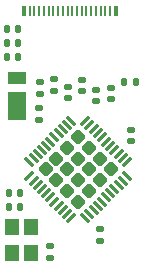
<source format=gtp>
G04 #@! TF.GenerationSoftware,KiCad,Pcbnew,(5.99.0-11424-g2f41dd4074)*
G04 #@! TF.CreationDate,2021-09-18T21:26:06+03:00*
G04 #@! TF.ProjectId,goldfish,676f6c64-6669-4736-982e-6b696361645f,C*
G04 #@! TF.SameCoordinates,Original*
G04 #@! TF.FileFunction,Paste,Top*
G04 #@! TF.FilePolarity,Positive*
%FSLAX46Y46*%
G04 Gerber Fmt 4.6, Leading zero omitted, Abs format (unit mm)*
G04 Created by KiCad (PCBNEW (5.99.0-11424-g2f41dd4074)) date 2021-09-18 21:26:06*
%MOMM*%
%LPD*%
G01*
G04 APERTURE LIST*
G04 Aperture macros list*
%AMRoundRect*
0 Rectangle with rounded corners*
0 $1 Rounding radius*
0 $2 $3 $4 $5 $6 $7 $8 $9 X,Y pos of 4 corners*
0 Add a 4 corners polygon primitive as box body*
4,1,4,$2,$3,$4,$5,$6,$7,$8,$9,$2,$3,0*
0 Add four circle primitives for the rounded corners*
1,1,$1+$1,$2,$3*
1,1,$1+$1,$4,$5*
1,1,$1+$1,$6,$7*
1,1,$1+$1,$8,$9*
0 Add four rect primitives between the rounded corners*
20,1,$1+$1,$2,$3,$4,$5,0*
20,1,$1+$1,$4,$5,$6,$7,0*
20,1,$1+$1,$6,$7,$8,$9,0*
20,1,$1+$1,$8,$9,$2,$3,0*%
G04 Aperture macros list end*
%ADD10RoundRect,0.250000X-0.388909X0.000000X0.000000X-0.388909X0.388909X0.000000X0.000000X0.388909X0*%
%ADD11RoundRect,0.062500X-0.380070X0.291682X0.291682X-0.380070X0.380070X-0.291682X-0.291682X0.380070X0*%
%ADD12RoundRect,0.062500X-0.380070X-0.291682X-0.291682X-0.380070X0.380070X0.291682X0.291682X0.380070X0*%
%ADD13RoundRect,0.147500X-0.147500X-0.172500X0.147500X-0.172500X0.147500X0.172500X-0.147500X0.172500X0*%
%ADD14RoundRect,0.147500X0.172500X-0.147500X0.172500X0.147500X-0.172500X0.147500X-0.172500X-0.147500X0*%
%ADD15R,1.200000X1.400000*%
%ADD16R,1.500000X2.400000*%
%ADD17R,1.500000X1.050000*%
%ADD18R,0.230000X0.850000*%
%ADD19R,0.460000X0.850000*%
%ADD20RoundRect,0.147500X-0.172500X0.147500X-0.172500X-0.147500X0.172500X-0.147500X0.172500X0.147500X0*%
%ADD21RoundRect,0.147500X0.147500X0.172500X-0.147500X0.172500X-0.147500X-0.172500X0.147500X-0.172500X0*%
G04 APERTURE END LIST*
D10*
X33457716Y-45000000D03*
X27942284Y-45000000D03*
X29780761Y-45000000D03*
X31619239Y-45000000D03*
X31619239Y-46838478D03*
X29780761Y-43161522D03*
X30700000Y-44080761D03*
X32538478Y-45919239D03*
X30700000Y-42242284D03*
X29780761Y-46838478D03*
X30700000Y-47757716D03*
X30700000Y-45919239D03*
X28861522Y-45919239D03*
X28861522Y-44080761D03*
X31619239Y-43161522D03*
X32538478Y-44080761D03*
D11*
X30107798Y-40872264D03*
X29754245Y-41225818D03*
X29400691Y-41579371D03*
X29047138Y-41932924D03*
X28693585Y-42286478D03*
X28340031Y-42640031D03*
X27986478Y-42993585D03*
X27632924Y-43347138D03*
X27279371Y-43700691D03*
X26925818Y-44054245D03*
X26572264Y-44407798D03*
D12*
X26572264Y-45592202D03*
X26925818Y-45945755D03*
X27279371Y-46299309D03*
X27632924Y-46652862D03*
X27986478Y-47006415D03*
X28340031Y-47359969D03*
X28693585Y-47713522D03*
X29047138Y-48067076D03*
X29400691Y-48420629D03*
X29754245Y-48774182D03*
X30107798Y-49127736D03*
D11*
X31292202Y-49127736D03*
X31645755Y-48774182D03*
X31999309Y-48420629D03*
X32352862Y-48067076D03*
X32706415Y-47713522D03*
X33059969Y-47359969D03*
X33413522Y-47006415D03*
X33767076Y-46652862D03*
X34120629Y-46299309D03*
X34474182Y-45945755D03*
X34827736Y-45592202D03*
D12*
X34827736Y-44407798D03*
X34474182Y-44054245D03*
X34120629Y-43700691D03*
X33767076Y-43347138D03*
X33413522Y-42993585D03*
X33059969Y-42640031D03*
X32706415Y-42286478D03*
X32352862Y-41932924D03*
X31999309Y-41579371D03*
X31645755Y-41225818D03*
X31292202Y-40872264D03*
D13*
X24815000Y-48200000D03*
X25785000Y-48200000D03*
D14*
X28300000Y-52485000D03*
X28300000Y-51515000D03*
D15*
X26700000Y-52100000D03*
X26700000Y-49900000D03*
X25100000Y-49900000D03*
X25100000Y-52100000D03*
D14*
X28650000Y-38335000D03*
X28650000Y-37365000D03*
X29850000Y-38985000D03*
X29850000Y-38015000D03*
D13*
X24665000Y-35500000D03*
X25635000Y-35500000D03*
D14*
X27450000Y-38585000D03*
X27450000Y-37615000D03*
X32250000Y-39235000D03*
X32250000Y-38265000D03*
D16*
X25500000Y-39600000D03*
D17*
X25500000Y-37225000D03*
D14*
X27400000Y-40785000D03*
X27400000Y-39815000D03*
D13*
X34615000Y-37600000D03*
X35585000Y-37600000D03*
D18*
X32200000Y-31615000D03*
X31800000Y-31615000D03*
X31400000Y-31615000D03*
X31000000Y-31615000D03*
X30600000Y-31615000D03*
X30200000Y-31615000D03*
X29800000Y-31615000D03*
X29400000Y-31615000D03*
X29000000Y-31615000D03*
X28600000Y-31615000D03*
X28200000Y-31615000D03*
X27800000Y-31615000D03*
X26600000Y-31615000D03*
X27000000Y-31615000D03*
X27400000Y-31615000D03*
X32600000Y-31615000D03*
X33000000Y-31615000D03*
X33400000Y-31615000D03*
D19*
X26085000Y-31615000D03*
X33915000Y-31615000D03*
D13*
X24665000Y-33100000D03*
X25635000Y-33100000D03*
X24665000Y-34300000D03*
X25635000Y-34300000D03*
D14*
X31050000Y-38385000D03*
X31050000Y-37415000D03*
D20*
X35200000Y-41615000D03*
X35200000Y-42585000D03*
X32550000Y-50065000D03*
X32550000Y-51035000D03*
D21*
X25785000Y-47000000D03*
X24815000Y-47000000D03*
D14*
X33450000Y-39035000D03*
X33450000Y-38065000D03*
M02*

</source>
